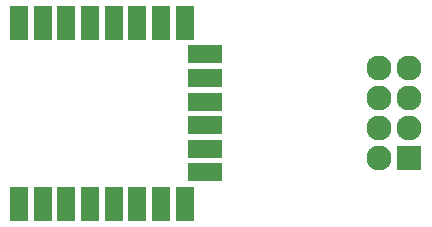
<source format=gbs>
G04 #@! TF.FileFunction,Soldermask,Bot*
%FSLAX46Y46*%
G04 Gerber Fmt 4.6, Leading zero omitted, Abs format (unit mm)*
G04 Created by KiCad (PCBNEW 4.0.7) date Friday, 20 October 2017 'PMt' 14:22:44*
%MOMM*%
%LPD*%
G01*
G04 APERTURE LIST*
%ADD10C,0.100000*%
%ADD11R,1.500000X2.900000*%
%ADD12R,2.900000X1.500000*%
%ADD13R,2.127200X2.127200*%
%ADD14O,2.127200X2.127200*%
G04 APERTURE END LIST*
D10*
D11*
X194310000Y-111060000D03*
X196310000Y-111060000D03*
X198310000Y-111060000D03*
X200310000Y-111060000D03*
X202310000Y-111060000D03*
X204310000Y-111060000D03*
X206310000Y-111060000D03*
X208310000Y-111060000D03*
X208310000Y-126460000D03*
X206310000Y-126460000D03*
X204310000Y-126460000D03*
X202310000Y-126460000D03*
X200310000Y-126460000D03*
X198310000Y-126460000D03*
X196310000Y-126460000D03*
X194310000Y-126460000D03*
D12*
X210010000Y-113750000D03*
X210010000Y-115750000D03*
X210010000Y-117750000D03*
X210010000Y-119750000D03*
X210010000Y-121750000D03*
X210010000Y-123750000D03*
D13*
X227330000Y-122555000D03*
D14*
X224790000Y-122555000D03*
X227330000Y-120015000D03*
X224790000Y-120015000D03*
X227330000Y-117475000D03*
X224790000Y-117475000D03*
X227330000Y-114935000D03*
X224790000Y-114935000D03*
M02*

</source>
